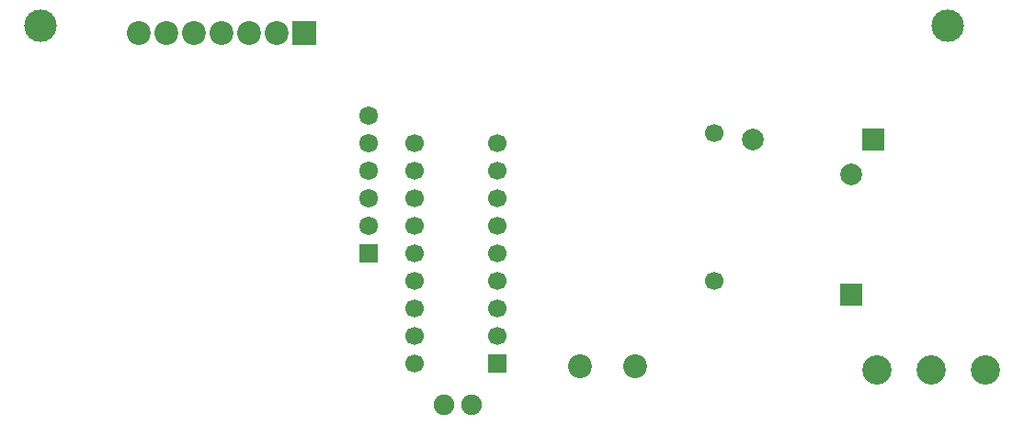
<source format=gbr>
G04 DipTrace 3.0.0.1*
G04 Âåðõíÿÿìàñêà.gbr*
%MOMM*%
G04 #@! TF.FileFunction,Soldermask,Top*
G04 #@! TF.Part,Single*
%ADD32C,1.7*%
%ADD34R,2.0X2.0*%
%ADD35C,2.0*%
%ADD37C,3.0*%
%ADD44C,1.7*%
%ADD46C,2.2*%
%ADD47R,2.2X2.2*%
%ADD48C,2.7*%
%ADD50C,1.9*%
%ADD54R,1.7X1.7*%
%ADD56C,1.72*%
%ADD58R,1.72X1.72*%
%ADD66C,2.2*%
%FSLAX35Y35*%
G04*
G71*
G90*
G75*
G01*
G04 TopMask*
%LPD*%
D66*
X6454098Y1698557D3*
X6962098D3*
D34*
X9152760Y3793997D3*
D35*
X8047760D3*
D34*
X8946383Y2365250D3*
D35*
Y3470250D3*
D58*
X4501383Y2746243D3*
D56*
Y3000243D3*
Y3254243D3*
Y3508243D3*
Y3762243D3*
Y4016243D3*
D54*
X5692010Y1730250D3*
D32*
Y1984250D3*
Y2238250D3*
Y2492250D3*
Y2746250D3*
Y3000250D3*
Y3254250D3*
Y3508250D3*
Y3762250D3*
X4930010D3*
Y3508250D3*
Y3254250D3*
Y3000250D3*
Y2746250D3*
Y2492250D3*
Y2238250D3*
Y1984250D3*
Y1730250D3*
D50*
X5453972Y1349343D3*
X5199972D3*
D48*
X10184633Y1666750D3*
X9684670Y1666763D3*
X9184670D3*
D47*
X3914010Y4778250D3*
D46*
X3660010D3*
X3406010D3*
X3152010D3*
X2898010D3*
X2644010D3*
X2390010D3*
D37*
X1485083Y4841750D3*
X9835383D3*
D44*
X7692293Y3857330D3*
X7692300Y2492223D3*
M02*

</source>
